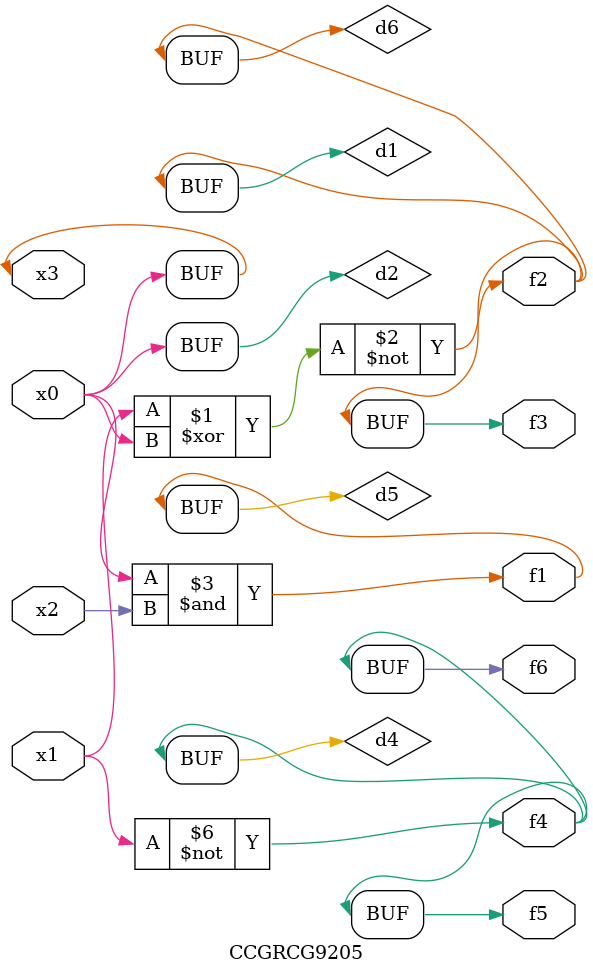
<source format=v>
module CCGRCG9205(
	input x0, x1, x2, x3,
	output f1, f2, f3, f4, f5, f6
);

	wire d1, d2, d3, d4, d5, d6;

	xnor (d1, x1, x3);
	buf (d2, x0, x3);
	nand (d3, x0, x2);
	not (d4, x1);
	nand (d5, d3);
	or (d6, d1);
	assign f1 = d5;
	assign f2 = d6;
	assign f3 = d6;
	assign f4 = d4;
	assign f5 = d4;
	assign f6 = d4;
endmodule

</source>
